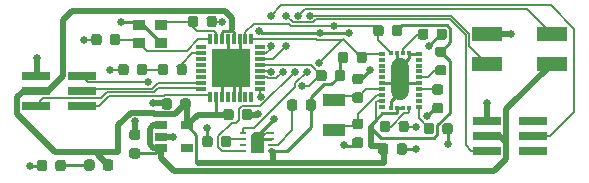
<source format=gbr>
G04 #@! TF.GenerationSoftware,KiCad,Pcbnew,(5.99.0-2415-gbbdd3fce7)*
G04 #@! TF.CreationDate,2020-07-29T12:45:40-07:00*
G04 #@! TF.ProjectId,VineHoop_V1_2,56696e65-486f-46f7-905f-56315f322e6b,rev?*
G04 #@! TF.SameCoordinates,Original*
G04 #@! TF.FileFunction,Copper,L1,Top*
G04 #@! TF.FilePolarity,Positive*
%FSLAX46Y46*%
G04 Gerber Fmt 4.6, Leading zero omitted, Abs format (unit mm)*
G04 Created by KiCad (PCBNEW (5.99.0-2415-gbbdd3fce7)) date 2020-07-29 12:45:40*
%MOMM*%
%LPD*%
G01*
G04 APERTURE LIST*
G04 #@! TA.AperFunction,EtchedComponent*
%ADD10C,0.010000*%
G04 #@! TD*
G04 #@! TA.AperFunction,SMDPad,CuDef*
%ADD11R,1.000000X1.000000*%
G04 #@! TD*
G04 #@! TA.AperFunction,SMDPad,CuDef*
%ADD12R,0.550000X0.250000*%
G04 #@! TD*
G04 #@! TA.AperFunction,SMDPad,CuDef*
%ADD13R,1.060000X0.910000*%
G04 #@! TD*
G04 #@! TA.AperFunction,SMDPad,CuDef*
%ADD14R,1.900000X1.100000*%
G04 #@! TD*
G04 #@! TA.AperFunction,SMDPad,CuDef*
%ADD15R,2.400000X0.760000*%
G04 #@! TD*
G04 #@! TA.AperFunction,SMDPad,CuDef*
%ADD16R,2.540000X1.270000*%
G04 #@! TD*
G04 #@! TA.AperFunction,SMDPad,CuDef*
%ADD17R,0.525000X0.300000*%
G04 #@! TD*
G04 #@! TA.AperFunction,SMDPad,CuDef*
%ADD18R,0.300000X0.425000*%
G04 #@! TD*
G04 #@! TA.AperFunction,SMDPad,CuDef*
%ADD19R,3.251200X3.251200*%
G04 #@! TD*
G04 #@! TA.AperFunction,SMDPad,CuDef*
%ADD20R,0.812800X0.304800*%
G04 #@! TD*
G04 #@! TA.AperFunction,SMDPad,CuDef*
%ADD21R,0.304800X0.812800*%
G04 #@! TD*
G04 #@! TA.AperFunction,SMDPad,CuDef*
%ADD22R,1.060000X0.650000*%
G04 #@! TD*
G04 #@! TA.AperFunction,ViaPad*
%ADD23C,0.660400*%
G04 #@! TD*
G04 #@! TA.AperFunction,Conductor*
%ADD24C,0.254000*%
G04 #@! TD*
G04 #@! TA.AperFunction,Conductor*
%ADD25C,0.152400*%
G04 #@! TD*
G04 #@! TA.AperFunction,Conductor*
%ADD26C,0.508000*%
G04 #@! TD*
G04 #@! TA.AperFunction,Conductor*
%ADD27C,1.524000*%
G04 #@! TD*
G04 APERTURE END LIST*
G36*
X151976000Y-69965000D02*
G01*
X150976000Y-69965000D01*
X150976000Y-68565000D01*
X151276000Y-68265000D01*
X151976000Y-68265000D01*
X151976000Y-69965000D01*
G37*
D10*
X151976000Y-69965000D02*
X150976000Y-69965000D01*
X150976000Y-68565000D01*
X151276000Y-68265000D01*
X151976000Y-68265000D01*
X151976000Y-69965000D01*
D11*
X151476000Y-69115000D03*
D12*
X152651000Y-69865000D03*
X152651000Y-69365000D03*
X152651000Y-68865000D03*
X152651000Y-68365000D03*
X150301000Y-69865000D03*
X150301000Y-69365000D03*
X150301000Y-68865000D03*
X150301000Y-68365000D03*
D13*
X143328000Y-60706000D03*
X141478000Y-60706000D03*
X141478000Y-59206000D03*
X143328000Y-59206000D03*
D14*
X157988000Y-65572000D03*
X157988000Y-68072000D03*
D15*
X136652000Y-63500000D03*
X136652000Y-64770000D03*
X136652000Y-66040000D03*
X132752000Y-63500000D03*
X132752000Y-64770000D03*
X132752000Y-66040000D03*
X174842000Y-67310000D03*
X174842000Y-68580000D03*
X174842000Y-69850000D03*
X170942000Y-67310000D03*
X170942000Y-68580000D03*
X170942000Y-69850000D03*
D16*
X176402000Y-62484000D03*
X170942000Y-62484000D03*
X176402000Y-59944000D03*
X170942000Y-59944000D03*
G04 #@! TA.AperFunction,SMDPad,CuDef*
G36*
G01*
X137708500Y-70823750D02*
X137708500Y-71336250D01*
G75*
G02*
X137489750Y-71555000I-218750J0D01*
G01*
X137052250Y-71555000D01*
G75*
G02*
X136833500Y-71336250I0J218750D01*
G01*
X136833500Y-70823750D01*
G75*
G02*
X137052250Y-70605000I218750J0D01*
G01*
X137489750Y-70605000D01*
G75*
G02*
X137708500Y-70823750I0J-218750D01*
G01*
G37*
G04 #@! TD.AperFunction*
G04 #@! TA.AperFunction,SMDPad,CuDef*
G36*
G01*
X139283500Y-70823750D02*
X139283500Y-71336250D01*
G75*
G02*
X139064750Y-71555000I-218750J0D01*
G01*
X138627250Y-71555000D01*
G75*
G02*
X138408500Y-71336250I0J218750D01*
G01*
X138408500Y-70823750D01*
G75*
G02*
X138627250Y-70605000I218750J0D01*
G01*
X139064750Y-70605000D01*
G75*
G02*
X139283500Y-70823750I0J-218750D01*
G01*
G37*
G04 #@! TD.AperFunction*
G04 #@! TA.AperFunction,SMDPad,CuDef*
G36*
G01*
X134398500Y-71376250D02*
X134398500Y-70863750D01*
G75*
G02*
X134617250Y-70645000I218750J0D01*
G01*
X135054750Y-70645000D01*
G75*
G02*
X135273500Y-70863750I0J-218750D01*
G01*
X135273500Y-71376250D01*
G75*
G02*
X135054750Y-71595000I-218750J0D01*
G01*
X134617250Y-71595000D01*
G75*
G02*
X134398500Y-71376250I0J218750D01*
G01*
G37*
G04 #@! TD.AperFunction*
G04 #@! TA.AperFunction,SMDPad,CuDef*
G36*
G01*
X132823500Y-71376250D02*
X132823500Y-70863750D01*
G75*
G02*
X133042250Y-70645000I218750J0D01*
G01*
X133479750Y-70645000D01*
G75*
G02*
X133698500Y-70863750I0J-218750D01*
G01*
X133698500Y-71376250D01*
G75*
G02*
X133479750Y-71595000I-218750J0D01*
G01*
X133042250Y-71595000D01*
G75*
G02*
X132823500Y-71376250I0J218750D01*
G01*
G37*
G04 #@! TD.AperFunction*
G04 #@! TA.AperFunction,SMDPad,CuDef*
G36*
G01*
X162591000Y-69466750D02*
X162591000Y-69979250D01*
G75*
G02*
X162372250Y-70198000I-218750J0D01*
G01*
X161934750Y-70198000D01*
G75*
G02*
X161716000Y-69979250I0J218750D01*
G01*
X161716000Y-69466750D01*
G75*
G02*
X161934750Y-69248000I218750J0D01*
G01*
X162372250Y-69248000D01*
G75*
G02*
X162591000Y-69466750I0J-218750D01*
G01*
G37*
G04 #@! TD.AperFunction*
G04 #@! TA.AperFunction,SMDPad,CuDef*
G36*
G01*
X164166000Y-69466750D02*
X164166000Y-69979250D01*
G75*
G02*
X163947250Y-70198000I-218750J0D01*
G01*
X163509750Y-70198000D01*
G75*
G02*
X163291000Y-69979250I0J218750D01*
G01*
X163291000Y-69466750D01*
G75*
G02*
X163509750Y-69248000I218750J0D01*
G01*
X163947250Y-69248000D01*
G75*
G02*
X164166000Y-69466750I0J-218750D01*
G01*
G37*
G04 #@! TD.AperFunction*
G04 #@! TA.AperFunction,SMDPad,CuDef*
G36*
G01*
X144647500Y-63248250D02*
X144647500Y-62735750D01*
G75*
G02*
X144866250Y-62517000I218750J0D01*
G01*
X145303750Y-62517000D01*
G75*
G02*
X145522500Y-62735750I0J-218750D01*
G01*
X145522500Y-63248250D01*
G75*
G02*
X145303750Y-63467000I-218750J0D01*
G01*
X144866250Y-63467000D01*
G75*
G02*
X144647500Y-63248250I0J218750D01*
G01*
G37*
G04 #@! TD.AperFunction*
G04 #@! TA.AperFunction,SMDPad,CuDef*
G36*
G01*
X143072500Y-63248250D02*
X143072500Y-62735750D01*
G75*
G02*
X143291250Y-62517000I218750J0D01*
G01*
X143728750Y-62517000D01*
G75*
G02*
X143947500Y-62735750I0J-218750D01*
G01*
X143947500Y-63248250D01*
G75*
G02*
X143728750Y-63467000I-218750J0D01*
G01*
X143291250Y-63467000D01*
G75*
G02*
X143072500Y-63248250I0J218750D01*
G01*
G37*
G04 #@! TD.AperFunction*
G04 #@! TA.AperFunction,SMDPad,CuDef*
G36*
G01*
X141294500Y-63248250D02*
X141294500Y-62735750D01*
G75*
G02*
X141513250Y-62517000I218750J0D01*
G01*
X141950750Y-62517000D01*
G75*
G02*
X142169500Y-62735750I0J-218750D01*
G01*
X142169500Y-63248250D01*
G75*
G02*
X141950750Y-63467000I-218750J0D01*
G01*
X141513250Y-63467000D01*
G75*
G02*
X141294500Y-63248250I0J218750D01*
G01*
G37*
G04 #@! TD.AperFunction*
G04 #@! TA.AperFunction,SMDPad,CuDef*
G36*
G01*
X139719500Y-63248250D02*
X139719500Y-62735750D01*
G75*
G02*
X139938250Y-62517000I218750J0D01*
G01*
X140375750Y-62517000D01*
G75*
G02*
X140594500Y-62735750I0J-218750D01*
G01*
X140594500Y-63248250D01*
G75*
G02*
X140375750Y-63467000I-218750J0D01*
G01*
X139938250Y-63467000D01*
G75*
G02*
X139719500Y-63248250I0J218750D01*
G01*
G37*
G04 #@! TD.AperFunction*
G04 #@! TA.AperFunction,SMDPad,CuDef*
G36*
G01*
X149484500Y-66545750D02*
X149484500Y-67058250D01*
G75*
G02*
X149265750Y-67277000I-218750J0D01*
G01*
X148828250Y-67277000D01*
G75*
G02*
X148609500Y-67058250I0J218750D01*
G01*
X148609500Y-66545750D01*
G75*
G02*
X148828250Y-66327000I218750J0D01*
G01*
X149265750Y-66327000D01*
G75*
G02*
X149484500Y-66545750I0J-218750D01*
G01*
G37*
G04 #@! TD.AperFunction*
G04 #@! TA.AperFunction,SMDPad,CuDef*
G36*
G01*
X151059500Y-66545750D02*
X151059500Y-67058250D01*
G75*
G02*
X150840750Y-67277000I-218750J0D01*
G01*
X150403250Y-67277000D01*
G75*
G02*
X150184500Y-67058250I0J218750D01*
G01*
X150184500Y-66545750D01*
G75*
G02*
X150403250Y-66327000I218750J0D01*
G01*
X150840750Y-66327000D01*
G75*
G02*
X151059500Y-66545750I0J-218750D01*
G01*
G37*
G04 #@! TD.AperFunction*
D17*
X162021500Y-65655000D03*
X162021500Y-65155000D03*
X162021500Y-64655000D03*
X162021500Y-64155000D03*
X162021500Y-63655000D03*
X162021500Y-63155000D03*
X162021500Y-62655000D03*
X162021500Y-62155000D03*
X162021500Y-61655000D03*
D18*
X162834000Y-61592500D03*
X163334000Y-61592500D03*
X163834000Y-61592500D03*
X164334000Y-61592500D03*
D17*
X165146500Y-61655000D03*
X165146500Y-62155000D03*
X165146500Y-62655000D03*
X165146500Y-63155000D03*
X165146500Y-63655000D03*
X165146500Y-64155000D03*
X165146500Y-64655000D03*
X165146500Y-65155000D03*
X165146500Y-65655000D03*
X165146500Y-66155000D03*
D18*
X164334000Y-66217500D03*
X163834000Y-66217500D03*
X163334000Y-66217500D03*
X162834000Y-66217500D03*
D17*
X162021500Y-66155000D03*
D19*
X149225000Y-62865000D03*
D20*
X151688800Y-61112400D03*
X151688800Y-61620400D03*
X151688800Y-62103000D03*
X151688800Y-62611000D03*
X151688800Y-63119000D03*
X151688800Y-63627000D03*
X151688800Y-64109600D03*
X151688800Y-64617600D03*
D21*
X150977600Y-65328800D03*
X150469600Y-65328800D03*
X149987000Y-65328800D03*
X149479000Y-65328800D03*
X148971000Y-65328800D03*
X148463000Y-65328800D03*
X147980400Y-65328800D03*
X147472400Y-65328800D03*
D20*
X146761200Y-64617600D03*
X146761200Y-64109600D03*
X146761200Y-63627000D03*
X146761200Y-63119000D03*
X146761200Y-62611000D03*
X146761200Y-62103000D03*
X146761200Y-61620400D03*
X146761200Y-61112400D03*
D21*
X147472400Y-60401200D03*
X147980400Y-60401200D03*
X148463000Y-60401200D03*
X148971000Y-60401200D03*
X149479000Y-60401200D03*
X149987000Y-60401200D03*
X150469600Y-60401200D03*
X150977600Y-60401200D03*
D22*
X145522000Y-67725000D03*
X145522000Y-69625000D03*
X143322000Y-69625000D03*
X143322000Y-68675000D03*
X143322000Y-67725000D03*
G04 #@! TA.AperFunction,SMDPad,CuDef*
G36*
G01*
X167285250Y-61920000D02*
X166772750Y-61920000D01*
G75*
G02*
X166554000Y-61701250I0J218750D01*
G01*
X166554000Y-61263750D01*
G75*
G02*
X166772750Y-61045000I218750J0D01*
G01*
X167285250Y-61045000D01*
G75*
G02*
X167504000Y-61263750I0J-218750D01*
G01*
X167504000Y-61701250D01*
G75*
G02*
X167285250Y-61920000I-218750J0D01*
G01*
G37*
G04 #@! TD.AperFunction*
G04 #@! TA.AperFunction,SMDPad,CuDef*
G36*
G01*
X167285250Y-63495000D02*
X166772750Y-63495000D01*
G75*
G02*
X166554000Y-63276250I0J218750D01*
G01*
X166554000Y-62838750D01*
G75*
G02*
X166772750Y-62620000I218750J0D01*
G01*
X167285250Y-62620000D01*
G75*
G02*
X167504000Y-62838750I0J-218750D01*
G01*
X167504000Y-63276250D01*
G75*
G02*
X167285250Y-63495000I-218750J0D01*
G01*
G37*
G04 #@! TD.AperFunction*
G04 #@! TA.AperFunction,SMDPad,CuDef*
G36*
G01*
X163443500Y-68074250D02*
X163443500Y-67561750D01*
G75*
G02*
X163662250Y-67343000I218750J0D01*
G01*
X164099750Y-67343000D01*
G75*
G02*
X164318500Y-67561750I0J-218750D01*
G01*
X164318500Y-68074250D01*
G75*
G02*
X164099750Y-68293000I-218750J0D01*
G01*
X163662250Y-68293000D01*
G75*
G02*
X163443500Y-68074250I0J218750D01*
G01*
G37*
G04 #@! TD.AperFunction*
G04 #@! TA.AperFunction,SMDPad,CuDef*
G36*
G01*
X161868500Y-68074250D02*
X161868500Y-67561750D01*
G75*
G02*
X162087250Y-67343000I218750J0D01*
G01*
X162524750Y-67343000D01*
G75*
G02*
X162743500Y-67561750I0J-218750D01*
G01*
X162743500Y-68074250D01*
G75*
G02*
X162524750Y-68293000I-218750J0D01*
G01*
X162087250Y-68293000D01*
G75*
G02*
X161868500Y-68074250I0J218750D01*
G01*
G37*
G04 #@! TD.AperFunction*
G04 #@! TA.AperFunction,SMDPad,CuDef*
G36*
G01*
X139008500Y-60708250D02*
X139008500Y-60195750D01*
G75*
G02*
X139227250Y-59977000I218750J0D01*
G01*
X139664750Y-59977000D01*
G75*
G02*
X139883500Y-60195750I0J-218750D01*
G01*
X139883500Y-60708250D01*
G75*
G02*
X139664750Y-60927000I-218750J0D01*
G01*
X139227250Y-60927000D01*
G75*
G02*
X139008500Y-60708250I0J218750D01*
G01*
G37*
G04 #@! TD.AperFunction*
G04 #@! TA.AperFunction,SMDPad,CuDef*
G36*
G01*
X137433500Y-60708250D02*
X137433500Y-60195750D01*
G75*
G02*
X137652250Y-59977000I218750J0D01*
G01*
X138089750Y-59977000D01*
G75*
G02*
X138308500Y-60195750I0J-218750D01*
G01*
X138308500Y-60708250D01*
G75*
G02*
X138089750Y-60927000I-218750J0D01*
G01*
X137652250Y-60927000D01*
G75*
G02*
X137433500Y-60708250I0J218750D01*
G01*
G37*
G04 #@! TD.AperFunction*
G04 #@! TA.AperFunction,SMDPad,CuDef*
G36*
G01*
X146487500Y-58671750D02*
X146487500Y-59184250D01*
G75*
G02*
X146268750Y-59403000I-218750J0D01*
G01*
X145831250Y-59403000D01*
G75*
G02*
X145612500Y-59184250I0J218750D01*
G01*
X145612500Y-58671750D01*
G75*
G02*
X145831250Y-58453000I218750J0D01*
G01*
X146268750Y-58453000D01*
G75*
G02*
X146487500Y-58671750I0J-218750D01*
G01*
G37*
G04 #@! TD.AperFunction*
G04 #@! TA.AperFunction,SMDPad,CuDef*
G36*
G01*
X148062500Y-58671750D02*
X148062500Y-59184250D01*
G75*
G02*
X147843750Y-59403000I-218750J0D01*
G01*
X147406250Y-59403000D01*
G75*
G02*
X147187500Y-59184250I0J218750D01*
G01*
X147187500Y-58671750D01*
G75*
G02*
X147406250Y-58453000I218750J0D01*
G01*
X147843750Y-58453000D01*
G75*
G02*
X148062500Y-58671750I0J-218750D01*
G01*
G37*
G04 #@! TD.AperFunction*
G04 #@! TA.AperFunction,SMDPad,CuDef*
G36*
G01*
X144265000Y-65656750D02*
X144265000Y-66169250D01*
G75*
G02*
X144046250Y-66388000I-218750J0D01*
G01*
X143608750Y-66388000D01*
G75*
G02*
X143390000Y-66169250I0J218750D01*
G01*
X143390000Y-65656750D01*
G75*
G02*
X143608750Y-65438000I218750J0D01*
G01*
X144046250Y-65438000D01*
G75*
G02*
X144265000Y-65656750I0J-218750D01*
G01*
G37*
G04 #@! TD.AperFunction*
G04 #@! TA.AperFunction,SMDPad,CuDef*
G36*
G01*
X145840000Y-65656750D02*
X145840000Y-66169250D01*
G75*
G02*
X145621250Y-66388000I-218750J0D01*
G01*
X145183750Y-66388000D01*
G75*
G02*
X144965000Y-66169250I0J218750D01*
G01*
X144965000Y-65656750D01*
G75*
G02*
X145183750Y-65438000I218750J0D01*
G01*
X145621250Y-65438000D01*
G75*
G02*
X145840000Y-65656750I0J-218750D01*
G01*
G37*
G04 #@! TD.AperFunction*
G04 #@! TA.AperFunction,SMDPad,CuDef*
G36*
G01*
X141376250Y-68960000D02*
X140863750Y-68960000D01*
G75*
G02*
X140645000Y-68741250I0J218750D01*
G01*
X140645000Y-68303750D01*
G75*
G02*
X140863750Y-68085000I218750J0D01*
G01*
X141376250Y-68085000D01*
G75*
G02*
X141595000Y-68303750I0J-218750D01*
G01*
X141595000Y-68741250D01*
G75*
G02*
X141376250Y-68960000I-218750J0D01*
G01*
G37*
G04 #@! TD.AperFunction*
G04 #@! TA.AperFunction,SMDPad,CuDef*
G36*
G01*
X141376250Y-70535000D02*
X140863750Y-70535000D01*
G75*
G02*
X140645000Y-70316250I0J218750D01*
G01*
X140645000Y-69878750D01*
G75*
G02*
X140863750Y-69660000I218750J0D01*
G01*
X141376250Y-69660000D01*
G75*
G02*
X141595000Y-69878750I0J-218750D01*
G01*
X141595000Y-70316250D01*
G75*
G02*
X141376250Y-70535000I-218750J0D01*
G01*
G37*
G04 #@! TD.AperFunction*
G04 #@! TA.AperFunction,SMDPad,CuDef*
G36*
G01*
X166513750Y-65816500D02*
X167026250Y-65816500D01*
G75*
G02*
X167245000Y-66035250I0J-218750D01*
G01*
X167245000Y-66472750D01*
G75*
G02*
X167026250Y-66691500I-218750J0D01*
G01*
X166513750Y-66691500D01*
G75*
G02*
X166295000Y-66472750I0J218750D01*
G01*
X166295000Y-66035250D01*
G75*
G02*
X166513750Y-65816500I218750J0D01*
G01*
G37*
G04 #@! TD.AperFunction*
G04 #@! TA.AperFunction,SMDPad,CuDef*
G36*
G01*
X166513750Y-64241500D02*
X167026250Y-64241500D01*
G75*
G02*
X167245000Y-64460250I0J-218750D01*
G01*
X167245000Y-64897750D01*
G75*
G02*
X167026250Y-65116500I-218750J0D01*
G01*
X166513750Y-65116500D01*
G75*
G02*
X166295000Y-64897750I0J218750D01*
G01*
X166295000Y-64460250D01*
G75*
G02*
X166513750Y-64241500I218750J0D01*
G01*
G37*
G04 #@! TD.AperFunction*
G04 #@! TA.AperFunction,SMDPad,CuDef*
G36*
G01*
X158058500Y-63756250D02*
X158058500Y-63243750D01*
G75*
G02*
X158277250Y-63025000I218750J0D01*
G01*
X158714750Y-63025000D01*
G75*
G02*
X158933500Y-63243750I0J-218750D01*
G01*
X158933500Y-63756250D01*
G75*
G02*
X158714750Y-63975000I-218750J0D01*
G01*
X158277250Y-63975000D01*
G75*
G02*
X158058500Y-63756250I0J218750D01*
G01*
G37*
G04 #@! TD.AperFunction*
G04 #@! TA.AperFunction,SMDPad,CuDef*
G36*
G01*
X156483500Y-63756250D02*
X156483500Y-63243750D01*
G75*
G02*
X156702250Y-63025000I218750J0D01*
G01*
X157139750Y-63025000D01*
G75*
G02*
X157358500Y-63243750I0J-218750D01*
G01*
X157358500Y-63756250D01*
G75*
G02*
X157139750Y-63975000I-218750J0D01*
G01*
X156702250Y-63975000D01*
G75*
G02*
X156483500Y-63756250I0J218750D01*
G01*
G37*
G04 #@! TD.AperFunction*
G04 #@! TA.AperFunction,SMDPad,CuDef*
G36*
G01*
X159187500Y-61719750D02*
X159187500Y-62232250D01*
G75*
G02*
X158968750Y-62451000I-218750J0D01*
G01*
X158531250Y-62451000D01*
G75*
G02*
X158312500Y-62232250I0J218750D01*
G01*
X158312500Y-61719750D01*
G75*
G02*
X158531250Y-61501000I218750J0D01*
G01*
X158968750Y-61501000D01*
G75*
G02*
X159187500Y-61719750I0J-218750D01*
G01*
G37*
G04 #@! TD.AperFunction*
G04 #@! TA.AperFunction,SMDPad,CuDef*
G36*
G01*
X160762500Y-61719750D02*
X160762500Y-62232250D01*
G75*
G02*
X160543750Y-62451000I-218750J0D01*
G01*
X160106250Y-62451000D01*
G75*
G02*
X159887500Y-62232250I0J218750D01*
G01*
X159887500Y-61719750D01*
G75*
G02*
X160106250Y-61501000I218750J0D01*
G01*
X160543750Y-61501000D01*
G75*
G02*
X160762500Y-61719750I0J-218750D01*
G01*
G37*
G04 #@! TD.AperFunction*
G04 #@! TA.AperFunction,SMDPad,CuDef*
G36*
G01*
X154886500Y-65743750D02*
X154886500Y-66256250D01*
G75*
G02*
X154667750Y-66475000I-218750J0D01*
G01*
X154230250Y-66475000D01*
G75*
G02*
X154011500Y-66256250I0J218750D01*
G01*
X154011500Y-65743750D01*
G75*
G02*
X154230250Y-65525000I218750J0D01*
G01*
X154667750Y-65525000D01*
G75*
G02*
X154886500Y-65743750I0J-218750D01*
G01*
G37*
G04 #@! TD.AperFunction*
G04 #@! TA.AperFunction,SMDPad,CuDef*
G36*
G01*
X156461500Y-65743750D02*
X156461500Y-66256250D01*
G75*
G02*
X156242750Y-66475000I-218750J0D01*
G01*
X155805250Y-66475000D01*
G75*
G02*
X155586500Y-66256250I0J218750D01*
G01*
X155586500Y-65743750D01*
G75*
G02*
X155805250Y-65525000I218750J0D01*
G01*
X156242750Y-65525000D01*
G75*
G02*
X156461500Y-65743750I0J-218750D01*
G01*
G37*
G04 #@! TD.AperFunction*
G04 #@! TA.AperFunction,SMDPad,CuDef*
G36*
G01*
X148406500Y-69344250D02*
X148406500Y-68831750D01*
G75*
G02*
X148625250Y-68613000I218750J0D01*
G01*
X149062750Y-68613000D01*
G75*
G02*
X149281500Y-68831750I0J-218750D01*
G01*
X149281500Y-69344250D01*
G75*
G02*
X149062750Y-69563000I-218750J0D01*
G01*
X148625250Y-69563000D01*
G75*
G02*
X148406500Y-69344250I0J218750D01*
G01*
G37*
G04 #@! TD.AperFunction*
G04 #@! TA.AperFunction,SMDPad,CuDef*
G36*
G01*
X146831500Y-69344250D02*
X146831500Y-68831750D01*
G75*
G02*
X147050250Y-68613000I218750J0D01*
G01*
X147487750Y-68613000D01*
G75*
G02*
X147706500Y-68831750I0J-218750D01*
G01*
X147706500Y-69344250D01*
G75*
G02*
X147487750Y-69563000I-218750J0D01*
G01*
X147050250Y-69563000D01*
G75*
G02*
X146831500Y-69344250I0J218750D01*
G01*
G37*
G04 #@! TD.AperFunction*
G04 #@! TA.AperFunction,SMDPad,CuDef*
G36*
G01*
X160260250Y-64230000D02*
X159747750Y-64230000D01*
G75*
G02*
X159529000Y-64011250I0J218750D01*
G01*
X159529000Y-63573750D01*
G75*
G02*
X159747750Y-63355000I218750J0D01*
G01*
X160260250Y-63355000D01*
G75*
G02*
X160479000Y-63573750I0J-218750D01*
G01*
X160479000Y-64011250D01*
G75*
G02*
X160260250Y-64230000I-218750J0D01*
G01*
G37*
G04 #@! TD.AperFunction*
G04 #@! TA.AperFunction,SMDPad,CuDef*
G36*
G01*
X160260250Y-65805000D02*
X159747750Y-65805000D01*
G75*
G02*
X159529000Y-65586250I0J218750D01*
G01*
X159529000Y-65148750D01*
G75*
G02*
X159747750Y-64930000I218750J0D01*
G01*
X160260250Y-64930000D01*
G75*
G02*
X160479000Y-65148750I0J-218750D01*
G01*
X160479000Y-65586250D01*
G75*
G02*
X160260250Y-65805000I-218750J0D01*
G01*
G37*
G04 #@! TD.AperFunction*
G04 #@! TA.AperFunction,SMDPad,CuDef*
G36*
G01*
X159747750Y-68740000D02*
X160260250Y-68740000D01*
G75*
G02*
X160479000Y-68958750I0J-218750D01*
G01*
X160479000Y-69396250D01*
G75*
G02*
X160260250Y-69615000I-218750J0D01*
G01*
X159747750Y-69615000D01*
G75*
G02*
X159529000Y-69396250I0J218750D01*
G01*
X159529000Y-68958750D01*
G75*
G02*
X159747750Y-68740000I218750J0D01*
G01*
G37*
G04 #@! TD.AperFunction*
G04 #@! TA.AperFunction,SMDPad,CuDef*
G36*
G01*
X159747750Y-67165000D02*
X160260250Y-67165000D01*
G75*
G02*
X160479000Y-67383750I0J-218750D01*
G01*
X160479000Y-67821250D01*
G75*
G02*
X160260250Y-68040000I-218750J0D01*
G01*
X159747750Y-68040000D01*
G75*
G02*
X159529000Y-67821250I0J218750D01*
G01*
X159529000Y-67383750D01*
G75*
G02*
X159747750Y-67165000I218750J0D01*
G01*
G37*
G04 #@! TD.AperFunction*
G04 #@! TA.AperFunction,SMDPad,CuDef*
G36*
G01*
X162884500Y-59946250D02*
X162884500Y-59433750D01*
G75*
G02*
X163103250Y-59215000I218750J0D01*
G01*
X163540750Y-59215000D01*
G75*
G02*
X163759500Y-59433750I0J-218750D01*
G01*
X163759500Y-59946250D01*
G75*
G02*
X163540750Y-60165000I-218750J0D01*
G01*
X163103250Y-60165000D01*
G75*
G02*
X162884500Y-59946250I0J218750D01*
G01*
G37*
G04 #@! TD.AperFunction*
G04 #@! TA.AperFunction,SMDPad,CuDef*
G36*
G01*
X161309500Y-59946250D02*
X161309500Y-59433750D01*
G75*
G02*
X161528250Y-59215000I218750J0D01*
G01*
X161965750Y-59215000D01*
G75*
G02*
X162184500Y-59433750I0J-218750D01*
G01*
X162184500Y-59946250D01*
G75*
G02*
X161965750Y-60165000I-218750J0D01*
G01*
X161528250Y-60165000D01*
G75*
G02*
X161309500Y-59946250I0J218750D01*
G01*
G37*
G04 #@! TD.AperFunction*
G04 #@! TA.AperFunction,SMDPad,CuDef*
G36*
G01*
X166661500Y-60256250D02*
X166661500Y-59743750D01*
G75*
G02*
X166880250Y-59525000I218750J0D01*
G01*
X167317750Y-59525000D01*
G75*
G02*
X167536500Y-59743750I0J-218750D01*
G01*
X167536500Y-60256250D01*
G75*
G02*
X167317750Y-60475000I-218750J0D01*
G01*
X166880250Y-60475000D01*
G75*
G02*
X166661500Y-60256250I0J218750D01*
G01*
G37*
G04 #@! TD.AperFunction*
G04 #@! TA.AperFunction,SMDPad,CuDef*
G36*
G01*
X165086500Y-60256250D02*
X165086500Y-59743750D01*
G75*
G02*
X165305250Y-59525000I218750J0D01*
G01*
X165742750Y-59525000D01*
G75*
G02*
X165961500Y-59743750I0J-218750D01*
G01*
X165961500Y-60256250D01*
G75*
G02*
X165742750Y-60475000I-218750J0D01*
G01*
X165305250Y-60475000D01*
G75*
G02*
X165086500Y-60256250I0J218750D01*
G01*
G37*
G04 #@! TD.AperFunction*
G04 #@! TA.AperFunction,SMDPad,CuDef*
G36*
G01*
X167161500Y-68256250D02*
X167161500Y-67743750D01*
G75*
G02*
X167380250Y-67525000I218750J0D01*
G01*
X167817750Y-67525000D01*
G75*
G02*
X168036500Y-67743750I0J-218750D01*
G01*
X168036500Y-68256250D01*
G75*
G02*
X167817750Y-68475000I-218750J0D01*
G01*
X167380250Y-68475000D01*
G75*
G02*
X167161500Y-68256250I0J218750D01*
G01*
G37*
G04 #@! TD.AperFunction*
G04 #@! TA.AperFunction,SMDPad,CuDef*
G36*
G01*
X165586500Y-68256250D02*
X165586500Y-67743750D01*
G75*
G02*
X165805250Y-67525000I218750J0D01*
G01*
X166242750Y-67525000D01*
G75*
G02*
X166461500Y-67743750I0J-218750D01*
G01*
X166461500Y-68256250D01*
G75*
G02*
X166242750Y-68475000I-218750J0D01*
G01*
X165805250Y-68475000D01*
G75*
G02*
X165586500Y-68256250I0J218750D01*
G01*
G37*
G04 #@! TD.AperFunction*
D23*
X147955000Y-63627000D03*
X150495000Y-63627000D03*
X147955000Y-61595000D03*
X132270500Y-71120000D03*
X164909500Y-69723000D03*
X139001500Y-62992000D03*
X136779000Y-60452000D03*
X142684500Y-65786000D03*
X144335500Y-68707000D03*
X141160500Y-67373500D03*
X147256500Y-67945000D03*
X152908000Y-67183000D03*
X150495000Y-61595000D03*
X148526500Y-58928000D03*
X161036000Y-63055500D03*
X165989000Y-60960000D03*
X165862000Y-66929000D03*
X167640000Y-69278500D03*
X164909500Y-67881500D03*
X158813500Y-69405500D03*
X163576000Y-64833500D03*
X163576000Y-62801500D03*
X159258000Y-59880500D03*
X151638000Y-59690000D03*
X156806899Y-59918601D03*
X151574500Y-66738500D03*
X132842000Y-61976000D03*
X172974000Y-59944000D03*
X170942000Y-65786000D03*
X139954000Y-58928000D03*
X142229705Y-64039801D03*
X155277216Y-64345216D03*
X153924000Y-58420000D03*
X153924000Y-60960000D03*
X152654000Y-60960000D03*
X152654000Y-58420000D03*
X156734399Y-62435248D03*
X155662368Y-63169800D03*
X157988000Y-59309000D03*
X154686000Y-63169800D03*
X153670000Y-63169800D03*
X155956000Y-58420000D03*
X152654000Y-63169800D03*
X154940000Y-58420000D03*
X151765000Y-65278000D03*
D24*
X151476000Y-69115000D02*
X151476000Y-68615000D01*
X151476000Y-68615000D02*
X152908000Y-67183000D01*
X148971000Y-62611000D02*
X149225000Y-62865000D01*
X148971000Y-60401200D02*
X148971000Y-62611000D01*
X164396500Y-61655000D02*
X164334000Y-61592500D01*
X165146500Y-61655000D02*
X164396500Y-61655000D01*
X151726000Y-68865000D02*
X151476000Y-69115000D01*
X152676000Y-68865000D02*
X151726000Y-68865000D01*
X149479000Y-63119000D02*
X149225000Y-62865000D01*
X149479000Y-65328800D02*
X149479000Y-63119000D01*
X149987000Y-62103000D02*
X149225000Y-62865000D01*
X149987000Y-60401200D02*
X149987000Y-62103000D01*
X162834000Y-65639000D02*
X163576000Y-64897000D01*
X162834000Y-66217500D02*
X162834000Y-65639000D01*
X163556000Y-64155000D02*
X163576000Y-64135000D01*
X162021500Y-64155000D02*
X163556000Y-64155000D01*
X165100000Y-64135000D02*
X163576000Y-64135000D01*
X165120000Y-64155000D02*
X165100000Y-64135000D01*
X165146500Y-64155000D02*
X165120000Y-64155000D01*
X163334000Y-62559500D02*
X163576000Y-62801500D01*
X163334000Y-61592500D02*
X163334000Y-62559500D01*
X164334000Y-62043500D02*
X163576000Y-62801500D01*
X164334000Y-61592500D02*
X164334000Y-62043500D01*
X163576000Y-62801500D02*
X163576000Y-62801500D01*
D25*
X149987000Y-63627000D02*
X149987000Y-63627000D01*
D24*
X159181801Y-60020199D02*
X159258000Y-59944000D01*
X159219899Y-59918601D02*
X159258000Y-59880500D01*
X151866601Y-59918601D02*
X156806899Y-59918601D01*
X151638000Y-59690000D02*
X151866601Y-59918601D01*
X156806899Y-59918601D02*
X159219899Y-59918601D01*
X132270500Y-71120000D02*
X133261000Y-71120000D01*
D25*
X137871000Y-60452000D02*
X136779000Y-60452000D01*
X147625000Y-58928000D02*
X148526500Y-58928000D01*
D26*
X150622000Y-66802000D02*
X151574500Y-66802000D01*
D24*
X147256500Y-69075500D02*
X147269000Y-69088000D01*
X147256500Y-67945000D02*
X147256500Y-69075500D01*
D25*
X152226000Y-68365000D02*
X151476000Y-69115000D01*
X152676000Y-68365000D02*
X152226000Y-68365000D01*
D24*
X160299000Y-63792500D02*
X161036000Y-63055500D01*
X160004000Y-63792500D02*
X160299000Y-63792500D01*
X160004000Y-69431500D02*
X158839500Y-69431500D01*
X163728500Y-69723000D02*
X164909500Y-69723000D01*
X167599000Y-69237500D02*
X167640000Y-69278500D01*
X167599000Y-68000000D02*
X167599000Y-69237500D01*
X166949000Y-60000000D02*
X165989000Y-60960000D01*
X167099000Y-60000000D02*
X166949000Y-60000000D01*
X166537000Y-66254000D02*
X165862000Y-66929000D01*
X166770000Y-66254000D02*
X166537000Y-66254000D01*
D26*
X144303500Y-68675000D02*
X144335500Y-68707000D01*
X143322000Y-68675000D02*
X144303500Y-68675000D01*
X141160500Y-68482000D02*
X141120000Y-68522500D01*
X141160500Y-67373500D02*
X141160500Y-68482000D01*
D25*
X140157000Y-62992000D02*
X139001500Y-62992000D01*
D27*
X163576000Y-62801500D02*
X163576000Y-64833500D01*
D25*
X164846000Y-67818000D02*
X164909500Y-67881500D01*
X163881000Y-67818000D02*
X164846000Y-67818000D01*
D26*
X143700500Y-65786000D02*
X142684500Y-65786000D01*
X143827500Y-65913000D02*
X143700500Y-65786000D01*
D24*
X148463000Y-63627000D02*
X149225000Y-62865000D01*
X148463000Y-65328800D02*
X148463000Y-63627000D01*
X149987000Y-63627000D02*
X149225000Y-62865000D01*
X149987000Y-65328800D02*
X149987000Y-63627000D01*
D26*
X132842000Y-63410000D02*
X132752000Y-63500000D01*
X132842000Y-61976000D02*
X132842000Y-63410000D01*
X170942000Y-59944000D02*
X172974000Y-59944000D01*
X170942000Y-67310000D02*
X170942000Y-65786000D01*
D24*
X141200000Y-58928000D02*
X141478000Y-59206000D01*
X139954000Y-58928000D02*
X141200000Y-58928000D01*
X141828000Y-59206000D02*
X143328000Y-60706000D01*
X141478000Y-59206000D02*
X141828000Y-59206000D01*
D25*
X159871500Y-67735000D02*
X160004000Y-67602500D01*
X158024000Y-67735000D02*
X159871500Y-67735000D01*
X161606600Y-65155000D02*
X162021500Y-65155000D01*
X160004000Y-66757600D02*
X161606600Y-65155000D01*
X160004000Y-67602500D02*
X160004000Y-66757600D01*
X159871500Y-65235000D02*
X160004000Y-65367500D01*
X158024000Y-65235000D02*
X159871500Y-65235000D01*
X160716500Y-64655000D02*
X162021500Y-64655000D01*
X160004000Y-65367500D02*
X160716500Y-64655000D01*
D24*
X149479000Y-59847478D02*
X149479000Y-60401200D01*
X149346921Y-59715399D02*
X149479000Y-59847478D01*
X148463000Y-59847478D02*
X148595079Y-59715399D01*
X148463000Y-60401200D02*
X148463000Y-59847478D01*
X163334000Y-66217500D02*
X163834000Y-66217500D01*
X167815910Y-59537404D02*
X167815910Y-60695590D01*
X167524096Y-59245590D02*
X167815910Y-59537404D01*
X167815910Y-60695590D02*
X167029000Y-61482500D01*
X163766410Y-59245590D02*
X167524096Y-59245590D01*
X163322000Y-59690000D02*
X163766410Y-59245590D01*
X166740910Y-68462596D02*
X166449096Y-68754410D01*
X167783410Y-66636084D02*
X166740910Y-67678584D01*
X167783410Y-62236910D02*
X167783410Y-66636084D01*
X166740910Y-67678584D02*
X166740910Y-68462596D01*
X167029000Y-61482500D02*
X167783410Y-62236910D01*
X156024000Y-65332078D02*
X157101668Y-64254410D01*
X157741590Y-64254410D02*
X158496000Y-63500000D01*
X157101668Y-64254410D02*
X157741590Y-64254410D01*
X156024000Y-66000000D02*
X156024000Y-65332078D01*
X158496000Y-62230000D02*
X158750000Y-61976000D01*
X158496000Y-63500000D02*
X158496000Y-62230000D01*
X148595079Y-59715399D02*
X149072601Y-59715399D01*
X149072601Y-59715399D02*
X149346921Y-59715399D01*
X161383003Y-67403003D02*
X161002003Y-67784003D01*
D25*
X161510003Y-65751597D02*
X161510003Y-67276003D01*
X162021500Y-65655000D02*
X161606600Y-65655000D01*
D24*
X161510003Y-67276003D02*
X161383003Y-67403003D01*
D25*
X161606600Y-65655000D02*
X161510003Y-65751597D01*
D24*
X162076605Y-66709401D02*
X161510003Y-67276003D01*
X163334000Y-66684000D02*
X163308599Y-66709401D01*
X163334000Y-66217500D02*
X163334000Y-66684000D01*
X162906599Y-66709401D02*
X162076605Y-66709401D01*
X163308599Y-66709401D02*
X162906599Y-66709401D01*
X163207521Y-66709401D02*
X162906599Y-66709401D01*
X156024000Y-67832078D02*
X156024000Y-66000000D01*
X153991078Y-69865000D02*
X154854039Y-69002039D01*
X161972410Y-68754410D02*
X161290000Y-68072000D01*
X154854039Y-69002039D02*
X156024000Y-67832078D01*
D25*
X148971000Y-66726000D02*
X149047000Y-66802000D01*
D24*
X148793200Y-66802000D02*
X149047000Y-66802000D01*
X166449096Y-68754410D02*
X165528410Y-68754410D01*
X147980400Y-66713100D02*
X147891500Y-66802000D01*
D26*
X147891500Y-66802000D02*
X149047000Y-66802000D01*
D24*
X147980400Y-65328800D02*
X147980400Y-66713100D01*
X152676000Y-69865000D02*
X152669000Y-69865000D01*
X152676000Y-69865000D02*
X153812000Y-69865000D01*
X153812000Y-69865000D02*
X153991078Y-69865000D01*
X165528410Y-68754410D02*
X162670910Y-68754410D01*
D26*
X161099500Y-69441112D02*
X161099500Y-67881500D01*
D24*
X161099500Y-67881500D02*
X161002003Y-67784003D01*
X161290000Y-68072000D02*
X161099500Y-67881500D01*
X162670910Y-68754410D02*
X161972410Y-68754410D01*
D26*
X161871612Y-69441112D02*
X162153500Y-69723000D01*
X161099500Y-69441112D02*
X161871612Y-69441112D01*
X152732401Y-69921401D02*
X152676000Y-69921401D01*
X152777099Y-69966099D02*
X152732401Y-69921401D01*
X152777099Y-70925599D02*
X152777099Y-69966099D01*
X151615401Y-70925599D02*
X152777099Y-70925599D01*
X152777099Y-70925599D02*
X162179000Y-70925599D01*
X162179000Y-69748500D02*
X162153500Y-69723000D01*
X162179000Y-70925599D02*
X162179000Y-69748500D01*
D24*
X146331401Y-68534401D02*
X146331401Y-70829901D01*
X146331401Y-70829901D02*
X146427099Y-70925599D01*
X145522000Y-67725000D02*
X146331401Y-68534401D01*
D26*
X146427099Y-70925599D02*
X151615401Y-70925599D01*
D24*
X145209500Y-66215500D02*
X145209500Y-65540000D01*
D26*
X145522000Y-66032500D02*
X145402500Y-65913000D01*
X145522000Y-67725000D02*
X145522000Y-66032500D01*
X146445000Y-66802000D02*
X149047000Y-66802000D01*
X145522000Y-67725000D02*
X146445000Y-66802000D01*
X137964590Y-70198590D02*
X138846000Y-71080000D01*
X136440590Y-69944590D02*
X139732410Y-69944590D01*
X144521090Y-66794410D02*
X145402500Y-65913000D01*
X139732410Y-69944590D02*
X139732410Y-67711420D01*
X149346921Y-58658251D02*
X149346921Y-59588399D01*
X148735260Y-58046590D02*
X149346921Y-58658251D01*
X142803910Y-66794410D02*
X144521090Y-66794410D01*
X140806931Y-66636899D02*
X142646399Y-66636899D01*
X142646399Y-66636899D02*
X142803910Y-66794410D01*
X139732410Y-67711420D02*
X140806931Y-66636899D01*
X131145599Y-65334879D02*
X131710478Y-64770000D01*
X131710478Y-64770000D02*
X132752000Y-64770000D01*
X134345068Y-69944590D02*
X131145599Y-66745121D01*
X131145599Y-66745121D02*
X131145599Y-65334879D01*
X136440590Y-69944590D02*
X134345068Y-69944590D01*
X135026399Y-58790781D02*
X135770590Y-58046590D01*
X135026399Y-63537123D02*
X135026399Y-58790781D01*
X133793522Y-64770000D02*
X135026399Y-63537123D01*
X132752000Y-64770000D02*
X133793522Y-64770000D01*
X135770590Y-58046590D02*
X148735260Y-58046590D01*
D24*
X142849500Y-70097500D02*
X143322000Y-69625000D01*
X141120000Y-70097500D02*
X142849500Y-70097500D01*
D26*
X143322000Y-70468960D02*
X144439049Y-71586009D01*
X143322000Y-69625000D02*
X143322000Y-70468960D01*
X142685478Y-69625000D02*
X143322000Y-69625000D01*
X142385599Y-68024879D02*
X142385599Y-69325121D01*
X142685478Y-67725000D02*
X142385599Y-68024879D01*
X142385599Y-69325121D02*
X142685478Y-69625000D01*
X143322000Y-67725000D02*
X142685478Y-67725000D01*
X172548401Y-70555121D02*
X172548401Y-69144879D01*
X172548401Y-69144879D02*
X171983522Y-68580000D01*
X171517513Y-71586009D02*
X172548401Y-70555121D01*
X171983522Y-68580000D02*
X170942000Y-68580000D01*
X144439049Y-71586009D02*
X171517513Y-71586009D01*
X172548401Y-66337599D02*
X176402000Y-62484000D01*
X172548401Y-69144879D02*
X172548401Y-66337599D01*
D25*
X146659600Y-64516000D02*
X146761200Y-64617600D01*
X143119770Y-64516000D02*
X146659600Y-64516000D01*
X142732359Y-64903411D02*
X143119770Y-64516000D01*
X156032000Y-62611000D02*
X156921000Y-63500000D01*
X151688800Y-62611000D02*
X156032000Y-62611000D01*
X155277216Y-64345216D02*
X155872784Y-64345216D01*
X156718000Y-63500000D02*
X156921000Y-63500000D01*
X155872784Y-64345216D02*
X156718000Y-63500000D01*
X142606103Y-64598601D02*
X143095104Y-64109600D01*
X143095104Y-64109600D02*
X146761200Y-64109600D01*
X152781000Y-62103000D02*
X153924000Y-60960000D01*
X151688800Y-62103000D02*
X152781000Y-62103000D01*
X152654000Y-61214000D02*
X152654000Y-60960000D01*
X152247600Y-61620400D02*
X152654000Y-61214000D01*
X151688800Y-61620400D02*
X152247600Y-61620400D01*
X160646000Y-61655000D02*
X162021500Y-61655000D01*
X160325000Y-61976000D02*
X160646000Y-61655000D01*
X158750200Y-60401200D02*
X160325000Y-61976000D01*
X158750200Y-60419447D02*
X158750200Y-60401200D01*
X156538674Y-60477402D02*
X158692245Y-60477402D01*
X156462472Y-60401200D02*
X156538674Y-60477402D01*
X158692245Y-60477402D02*
X158750200Y-60419447D01*
X150977600Y-60401200D02*
X156462472Y-60401200D01*
X156734399Y-62435248D02*
X158750200Y-60419447D01*
X150276000Y-68365000D02*
X150276000Y-67973500D01*
X154718415Y-64113753D02*
X155662368Y-63169800D01*
X154718415Y-64485111D02*
X154718415Y-64113753D01*
X151230026Y-67973500D02*
X154718415Y-64485111D01*
X150276000Y-67973500D02*
X151230026Y-67973500D01*
X161747000Y-60505500D02*
X162834000Y-61592500D01*
X161747000Y-59690000D02*
X161747000Y-60505500D01*
X150217946Y-66098390D02*
X151757410Y-66098390D01*
X149955890Y-67243554D02*
X149955890Y-66360446D01*
X149318726Y-67505610D02*
X149693834Y-67505610D01*
X151757410Y-66098390D02*
X154686000Y-63169800D01*
X149693834Y-67505610D02*
X149955890Y-67243554D01*
X148177890Y-69529554D02*
X148177890Y-68646446D01*
X148177890Y-68646446D02*
X149318726Y-67505610D01*
X148513336Y-69865000D02*
X148177890Y-69529554D01*
X149955890Y-66360446D02*
X150217946Y-66098390D01*
X150276000Y-69865000D02*
X148513336Y-69865000D01*
X161442199Y-59385199D02*
X161747000Y-59690000D01*
X154381934Y-59309000D02*
X157988000Y-59309000D01*
X154204133Y-59131199D02*
X154381934Y-59309000D01*
X151180801Y-59131199D02*
X154204133Y-59131199D01*
X150469600Y-59842400D02*
X151180801Y-59131199D01*
X150469600Y-60401200D02*
X150469600Y-59842400D01*
X161366000Y-59309000D02*
X161747000Y-59690000D01*
X157988000Y-59309000D02*
X161366000Y-59309000D01*
X166746000Y-64655000D02*
X166770000Y-64679000D01*
X165146500Y-64655000D02*
X166746000Y-64655000D01*
X147980400Y-59938918D02*
X147980400Y-60401200D01*
X147807681Y-59766199D02*
X147980400Y-59938918D01*
X146413199Y-59766199D02*
X147807681Y-59766199D01*
X146050000Y-59403000D02*
X146413199Y-59766199D01*
X146050000Y-58928000D02*
X146050000Y-59403000D01*
X143606000Y-58928000D02*
X143328000Y-59206000D01*
X146050000Y-58928000D02*
X143606000Y-58928000D01*
X138099066Y-66040000D02*
X136652000Y-66040000D01*
X138929676Y-65209390D02*
X138099066Y-66040000D01*
X143578610Y-65209390D02*
X138929676Y-65209390D01*
X143603610Y-65184390D02*
X143578610Y-65209390D01*
X147327990Y-65184390D02*
X143603610Y-65184390D01*
X147472400Y-65328800D02*
X147327990Y-65184390D01*
X133360601Y-65431399D02*
X132752000Y-66040000D01*
X138276601Y-65431399D02*
X133360601Y-65431399D01*
X138804589Y-64903411D02*
X138276601Y-65431399D01*
X142732359Y-64903411D02*
X138804589Y-64903411D01*
X137191801Y-64039801D02*
X136652000Y-63500000D01*
X142229705Y-64039801D02*
X137191801Y-64039801D01*
X136823399Y-64598601D02*
X136652000Y-64770000D01*
X142606103Y-64598601D02*
X136823399Y-64598601D01*
X169589600Y-69850000D02*
X170942000Y-69850000D01*
X169138589Y-60095655D02*
X169138589Y-69398989D01*
X156478216Y-58724810D02*
X167767744Y-58724810D01*
X167767744Y-58724810D02*
X169138589Y-60095655D01*
X156224225Y-58978801D02*
X156478216Y-58724810D01*
X169138589Y-69398989D02*
X169589600Y-69850000D01*
X154482801Y-58978801D02*
X156224225Y-58978801D01*
X153924000Y-58420000D02*
X154482801Y-58978801D01*
X176276000Y-68580000D02*
X174842000Y-68580000D01*
X178308000Y-66548000D02*
X176276000Y-68580000D01*
X178308000Y-59533518D02*
X178308000Y-66548000D01*
X176330872Y-57556390D02*
X178308000Y-59533518D01*
X153517610Y-57556390D02*
X176330872Y-57556390D01*
X152654000Y-58420000D02*
X153517610Y-57556390D01*
X149067000Y-68865000D02*
X150276000Y-68865000D01*
X148844000Y-69088000D02*
X149067000Y-68865000D01*
X154449000Y-68144400D02*
X154449000Y-66000000D01*
X153228400Y-69365000D02*
X154449000Y-68144400D01*
X152676000Y-69365000D02*
X153228400Y-69365000D01*
X164334000Y-66582400D02*
X164334000Y-66217500D01*
X164257799Y-66658601D02*
X164334000Y-66582400D01*
X163932735Y-66658601D02*
X164257799Y-66658601D01*
X162773336Y-67818000D02*
X163932735Y-66658601D01*
X162306000Y-67818000D02*
X162773336Y-67818000D01*
X165956500Y-63655000D02*
X165146500Y-63655000D01*
X166554000Y-63057500D02*
X165956500Y-63655000D01*
X167029000Y-63057500D02*
X166554000Y-63057500D01*
X165146500Y-67122500D02*
X166024000Y-68000000D01*
X165146500Y-66155000D02*
X165146500Y-67122500D01*
X163834000Y-61252500D02*
X163834000Y-61592500D01*
X165086500Y-60000000D02*
X163834000Y-61252500D01*
X165524000Y-60000000D02*
X165086500Y-60000000D01*
X141732000Y-62992000D02*
X143510000Y-62992000D01*
X153111199Y-63728601D02*
X153670000Y-63169800D01*
X152385775Y-63728601D02*
X153111199Y-63728601D01*
X152284174Y-63627000D02*
X152385775Y-63728601D01*
X151688800Y-63627000D02*
X152284174Y-63627000D01*
X152603200Y-63119000D02*
X152654000Y-63169800D01*
X151688800Y-63119000D02*
X152603200Y-63119000D01*
X145085000Y-62517000D02*
X145981600Y-61620400D01*
X145981600Y-61620400D02*
X146761200Y-61620400D01*
X145085000Y-62992000D02*
X145085000Y-62517000D01*
X151688800Y-65201800D02*
X151765000Y-65278000D01*
X151688800Y-64617600D02*
X151688800Y-65201800D01*
D24*
X134876000Y-71080000D02*
X134836000Y-71120000D01*
X137271000Y-71080000D02*
X134876000Y-71080000D01*
D25*
X169443399Y-60985399D02*
X170942000Y-62484000D01*
X169443399Y-59969399D02*
X169443399Y-60985399D01*
X167894000Y-58420000D02*
X169443399Y-59969399D01*
X155956000Y-58420000D02*
X167894000Y-58420000D01*
X174319199Y-57861199D02*
X176402000Y-59944000D01*
X155498801Y-57861199D02*
X174319199Y-57861199D01*
X154940000Y-58420000D02*
X155498801Y-57861199D01*
X141224000Y-60452000D02*
X141478000Y-60706000D01*
X139446000Y-60452000D02*
X141224000Y-60452000D01*
X146502118Y-60401200D02*
X147472400Y-60401200D01*
X142161601Y-61389601D02*
X145513717Y-61389601D01*
X145513717Y-61389601D02*
X146502118Y-60401200D01*
X141478000Y-60706000D02*
X142161601Y-61389601D01*
M02*

</source>
